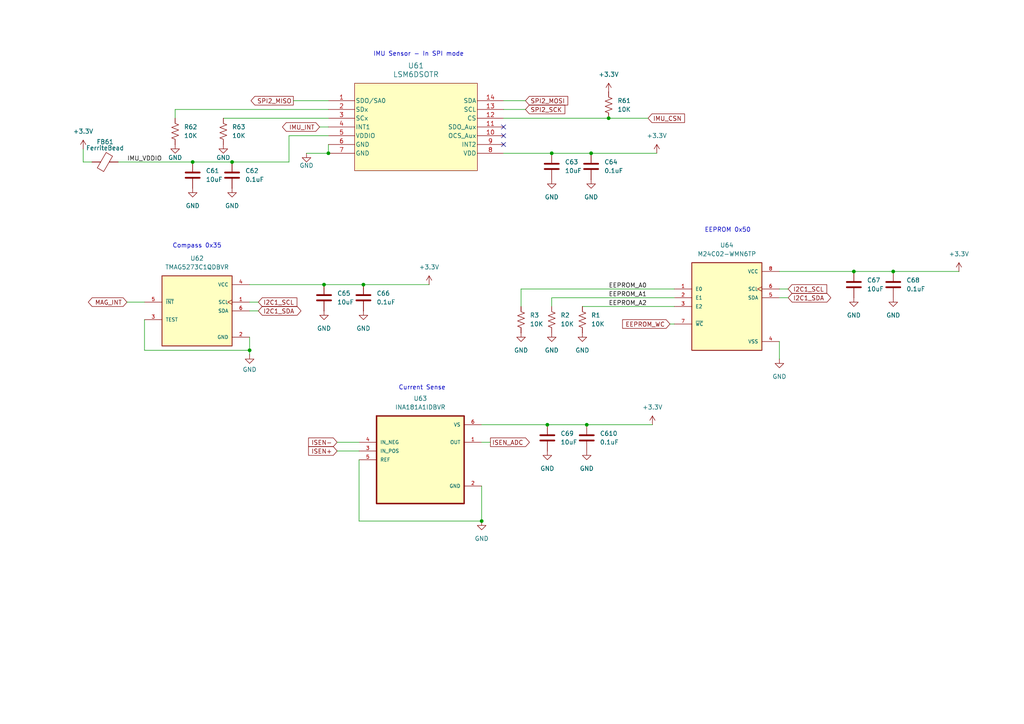
<source format=kicad_sch>
(kicad_sch (version 20250114) (generator "eeschema") (generator_version "9.0")
  (paper "A4")
  (title_block (title "Peripherals") (date "2026-01-30") (rev "0-1"))
  (lib_symbols
    (symbol "Device:C" (pin_numbers (hide yes)) (pin_names (offset 0.254))
      (property "Reference" "C" (at 0.635 2.54 0))
      (property "Value" "C" (at 0.635 -2.54 0))
      (symbol "C_0_1"
        (polyline (pts (xy -2.032 0.762) (xy 2.032 0.762)) (stroke (width 0.508)))
        (polyline (pts (xy -2.032 -0.762) (xy 2.032 -0.762)) (stroke (width 0.508)))
      )
      (symbol "C_1_1"
        (pin passive line (at 0 3.81 270) (length 2.794) (name "~") (number "1"))
        (pin passive line (at 0 -3.81 90) (length 2.794) (name "~") (number "2"))
      )
    )
    (symbol "Device:FerriteBead" (pin_numbers (hide yes)) (pin_names (offset 0))
      (property "Reference" "FB" (at -3.81 0.635 90))
      (property "Value" "FerriteBead" (at 3.81 0 90))
      (symbol "FerriteBead_0_1"
        (polyline (pts (xy -2.7686 0.4064) (xy -1.7018 2.2606) (xy 2.7686 -0.3048) (xy 1.6764 -2.159) (xy -2.7686 0.4064)))
        (polyline (pts (xy 0 1.27) (xy 0 1.2954)))
        (polyline (pts (xy 0 -1.27) (xy 0 -1.2192)))
      )
      (symbol "FerriteBead_1_1"
        (pin passive line (at 0 3.81 270) (length 2.54) (name "~") (number "1"))
        (pin passive line (at 0 -3.81 90) (length 2.54) (name "~") (number "2"))
      )
    )
    (symbol "Device:R_US" (pin_numbers (hide yes)) (pin_names (offset 0))
      (property "Reference" "R" (at 2.54 0 90))
      (property "Value" "R_US" (at -2.54 0 90))
      (symbol "R_US_0_1"
        (polyline (pts (xy 0 2.286) (xy 0 2.54)))
        (polyline (pts (xy 0 2.286) (xy 1.016 1.905) (xy 0 1.524) (xy -1.016 1.143) (xy 0 0.762)))
        (polyline (pts (xy 0 0.762) (xy 1.016 0.381) (xy 0 0) (xy -1.016 -0.381) (xy 0 -0.762)))
        (polyline (pts (xy 0 -0.762) (xy 1.016 -1.143) (xy 0 -1.524) (xy -1.016 -1.905) (xy 0 -2.286)))
        (polyline (pts (xy 0 -2.286) (xy 0 -2.54)))
      )
      (symbol "R_US_1_1"
        (pin passive line (at 0 3.81 270) (length 1.27) (name "~") (number "1"))
        (pin passive line (at 0 -3.81 90) (length 1.27) (name "~") (number "2"))
      )
    )
    (symbol "Global:INA181A1IDBVR" (pin_names (offset 1.016))
      (property "Reference" "U" (at -12.7 13.7 0))
      (property "Value" "INA181A1IDBVR" (at -12.7 -16.7 0))
      (symbol "INA181A1IDBVR_0_0"
        (rectangle (start -12.7 -12.7) (end 12.7 12.7) (stroke (width 0.41)) (fill (type background)))
        (pin input line (at -17.78 5.08 0) (length 5.08) (name "IN_NEG") (number "4"))
        (pin input line (at -17.78 2.54 0) (length 5.08) (name "IN_POS") (number "3"))
        (pin input line (at -17.78 0 0) (length 5.08) (name "REF") (number "5"))
        (pin power_in line (at 17.78 10.16 180) (length 5.08) (name "VS") (number "6"))
        (pin output line (at 17.78 5.08 180) (length 5.08) (name "OUT") (number "1"))
        (pin power_in line (at 17.78 -7.62 180) (length 5.08) (name "GND") (number "2"))
      )
    )
    (symbol "Global:LSM6DSOTR" (pin_names (offset 0.254))
      (property "Reference" "U" (at 25.4 10.16 0))
      (property "Value" "LSM6DSOTR" (at 25.4 7.62 0))
      (symbol "LSM6DSOTR_0_1"
        (rectangle (start 7.62 5.08) (end 43.18 -20.32) (fill (type color) (color 255 255 194 1)))
        (pin bidirectional line (at 0 0 0) (length 7.62) (name "SDO/SA0") (number "1"))
        (pin bidirectional line (at 0 -2.54 0) (length 7.62) (name "SDx") (number "2"))
        (pin bidirectional line (at 0 -5.08 0) (length 7.62) (name "SCx") (number "3"))
        (pin output line (at 0 -7.62 0) (length 7.62) (name "INT1") (number "4"))
        (pin power_in line (at 0 -10.16 0) (length 7.62) (name "VDDIO") (number "5"))
        (pin power_out line (at 0 -12.7 0) (length 7.62) (name "GND") (number "6"))
        (pin power_out line (at 0 -15.24 0) (length 7.62) (name "GND") (number "7"))
        (pin bidirectional line (at 50.8 0 180) (length 7.62) (name "SDA") (number "14"))
        (pin input line (at 50.8 -2.54 180) (length 7.62) (name "SCL") (number "13"))
        (pin input line (at 50.8 -5.08 180) (length 7.62) (name "CS") (number "12"))
        (pin bidirectional line (at 50.8 -7.62 180) (length 7.62) (name "SDO_Aux") (number "11"))
        (pin bidirectional line (at 50.8 -10.16 180) (length 7.62) (name "OCS_Aux") (number "10"))
        (pin output line (at 50.8 -12.7 180) (length 7.62) (name "INT2") (number "9"))
        (pin power_in line (at 50.8 -15.24 180) (length 7.62) (name "VDD") (number "8"))
      )
    )
    (symbol "Global:M24C02-WMN6TP" (pin_names (offset 1.016))
      (property "Reference" "U" (at -10.16 13.335 0))
      (property "Value" "M24C02-WMN6TP" (at -10.16 -15.24 0))
      (symbol "M24C02-WMN6TP_0_0"
        (rectangle (start -10.16 -12.7) (end 10.16 12.7) (stroke (width 0.254)) (fill (type background)))
        (pin input line (at -15.24 5.08 0) (length 5.08) (name "E0") (number "1"))
        (pin input line (at -15.24 2.54 0) (length 5.08) (name "E1") (number "2"))
        (pin input line (at -15.24 0 0) (length 5.08) (name "E2") (number "3"))
        (pin input line (at -15.24 -5.08 0) (length 5.08) (name "~{WC}") (number "7"))
        (pin power_in line (at 15.24 10.16 180) (length 5.08) (name "VCC") (number "8"))
        (pin input clock (at 15.24 5.08 180) (length 5.08) (name "SCL") (number "6"))
        (pin bidirectional line (at 15.24 2.54 180) (length 5.08) (name "SDA") (number "5"))
        (pin power_in line (at 15.24 -10.16 180) (length 5.08) (name "VSS") (number "4"))
      )
    )
    (symbol "Global:TMAG5273C1QDBVR" (pin_names (offset 1.016))
      (property "Reference" "U" (at -10.16 10.922 0))
      (property "Value" "TMAG5273C1QDBVR" (at -10.16 -12.7 0))
      (symbol "TMAG5273C1QDBVR_0_0"
        (rectangle (start -10.16 -10.16) (end 10.16 10.16) (stroke (width 0.254)) (fill (type background)))
        (pin bidirectional line (at -15.24 2.54 0) (length 5.08) (name "~{INT}") (number "5"))
        (pin input line (at -15.24 -2.54 0) (length 5.08) (name "TEST") (number "3"))
        (pin power_in line (at 15.24 7.62 180) (length 5.08) (name "VCC") (number "4"))
        (pin bidirectional clock (at 15.24 2.54 180) (length 5.08) (name "SCL") (number "1"))
        (pin bidirectional line (at 15.24 0 180) (length 5.08) (name "SDA") (number "6"))
        (pin power_in line (at 15.24 -7.62 180) (length 5.08) (name "GND") (number "2"))
      )
    )
    (symbol "power:+3.3V" (power) (pin_numbers (hide yes)) (pin_names (offset 0) (hide yes))
      (property "Value" "+3.3V" (at 0 3.556 0))
      (symbol "+3.3V_0_1"
        (polyline (pts (xy -0.762 1.27) (xy 0 2.54)))
        (polyline (pts (xy 0 2.54) (xy 0.762 1.27)))
        (polyline (pts (xy 0 0) (xy 0 2.54)))
      )
      (symbol "+3.3V_1_1"
        (pin power_in line (at 0 0 90) (length 0) (name "~") (number "1"))
      )
    )
    (symbol "power:GND" (power) (pin_numbers (hide yes)) (pin_names (offset 0) (hide yes))
      (property "Value" "GND" (at 0 -3.81 0))
      (symbol "GND_0_1"
        (polyline (pts (xy 0 0) (xy 0 -1.27) (xy 1.27 -1.27) (xy 0 -2.54) (xy -1.27 -1.27) (xy 0 -1.27)))
      )
      (symbol "GND_1_1"
        (pin power_in line (at 0 0 270) (length 0) (name "~") (number "1"))
      )
    )
  )
  (text "IMU Sensor - In SPI mode" (at 121.412 15.748 0) (effects (font (size 1.27 1.27))))
  (text "Compass 0x35" (at 57.15 71.374 0) (effects (font (size 1.27 1.27))))
  (text "Current Sense" (at 122.428 112.522 0) (effects (font (size 1.27 1.27))))
  (text "EEPROM 0x50" (at 211.074 66.802 0) (effects (font (size 1.27 1.27))))
  (junction (at 247.65 78.74))
  (junction (at 170.18 123.19))
  (junction (at 176.53 34.29))
  (junction (at 139.7 151.13))
  (junction (at 55.88 46.99))
  (junction (at 95.25 44.45))
  (junction (at 93.98 82.55))
  (junction (at 259.08 78.74))
  (junction (at 105.41 82.55))
  (junction (at 171.45 44.45))
  (junction (at 158.75 123.19))
  (junction (at 160.02 44.45))
  (junction (at 72.39 101.6))
  (junction (at 67.31 46.99))
  (no_connect (at 146.05 39.37))
  (no_connect (at 146.05 41.91))
  (no_connect (at 146.05 36.83))
  (wire (pts (xy 160.02 44.45) (xy 171.45 44.45)))
  (wire (pts (xy 226.06 86.36) (xy 228.6 86.36)))
  (wire (pts (xy 176.53 34.29) (xy 187.96 34.29)))
  (wire (pts (xy 160.02 86.36) (xy 195.58 86.36)))
  (wire (pts (xy 72.39 82.55) (xy 93.98 82.55)))
  (wire (pts (xy 97.79 128.27) (xy 104.14 128.27)))
  (wire (pts (xy 72.39 101.6) (xy 72.39 102.87)))
  (wire (pts (xy 93.98 82.55) (xy 105.41 82.55)))
  (wire (pts (xy 160.02 88.9) (xy 160.02 86.36)))
  (wire (pts (xy 92.71 36.83) (xy 95.25 36.83)))
  (wire (pts (xy 226.06 83.82) (xy 228.6 83.82)))
  (wire (pts (xy 151.13 88.9) (xy 151.13 83.82)))
  (wire (pts (xy 55.88 46.99) (xy 67.31 46.99)))
  (wire (pts (xy 104.14 151.13) (xy 139.7 151.13)))
  (wire (pts (xy 247.65 78.74) (xy 259.08 78.74)))
  (wire (pts (xy 88.9 44.45) (xy 95.25 44.45)))
  (wire (pts (xy 259.08 78.74) (xy 278.13 78.74)))
  (wire (pts (xy 168.91 88.9) (xy 195.58 88.9)))
  (wire (pts (xy 85.09 29.21) (xy 95.25 29.21)))
  (wire (pts (xy 105.41 82.55) (xy 124.46 82.55)))
  (wire (pts (xy 151.13 83.82) (xy 195.58 83.82)))
  (wire (pts (xy 50.8 31.75) (xy 50.8 34.29)))
  (wire (pts (xy 226.06 99.06) (xy 226.06 104.14)))
  (wire (pts (xy 34.29 46.99) (xy 55.88 46.99)))
  (wire (pts (xy 194.31 93.98) (xy 195.58 93.98)))
  (wire (pts (xy 24.13 46.99) (xy 24.13 43.18)))
  (wire (pts (xy 26.67 46.99) (xy 24.13 46.99)))
  (wire (pts (xy 170.18 123.19) (xy 189.23 123.19)))
  (wire (pts (xy 226.06 78.74) (xy 247.65 78.74)))
  (wire (pts (xy 146.05 29.21) (xy 152.4 29.21)))
  (wire (pts (xy 83.82 39.37) (xy 95.25 39.37)))
  (wire (pts (xy 97.79 130.81) (xy 104.14 130.81)))
  (wire (pts (xy 36.83 87.63) (xy 41.91 87.63)))
  (wire (pts (xy 72.39 97.79) (xy 72.39 101.6)))
  (wire (pts (xy 158.75 123.19) (xy 170.18 123.19)))
  (wire (pts (xy 64.77 34.29) (xy 95.25 34.29)))
  (wire (pts (xy 41.91 92.71) (xy 41.91 101.6)))
  (wire (pts (xy 139.7 128.27) (xy 142.24 128.27)))
  (wire (pts (xy 146.05 44.45) (xy 160.02 44.45)))
  (wire (pts (xy 83.82 46.99) (xy 83.82 39.37)))
  (wire (pts (xy 146.05 31.75) (xy 152.4 31.75)))
  (wire (pts (xy 139.7 140.97) (xy 139.7 151.13)))
  (wire (pts (xy 146.05 34.29) (xy 176.53 34.29)))
  (wire (pts (xy 41.91 101.6) (xy 72.39 101.6)))
  (wire (pts (xy 72.39 87.63) (xy 74.93 87.63)))
  (wire (pts (xy 171.45 44.45) (xy 190.5 44.45)))
  (wire (pts (xy 104.14 133.35) (xy 104.14 151.13)))
  (wire (pts (xy 139.7 123.19) (xy 158.75 123.19)))
  (wire (pts (xy 72.39 90.17) (xy 74.93 90.17)))
  (wire (pts (xy 67.31 46.99) (xy 83.82 46.99)))
  (wire (pts (xy 95.25 31.75) (xy 50.8 31.75)))
  (wire (pts (xy 95.25 41.91) (xy 95.25 44.45)))
  (label "IMU_VDDIO" (at 46.99 46.99 180))
  (label "EEPROM_A2" (at 176.53 88.9 0))
  (label "EEPROM_A0" (at 176.53 83.82 0))
  (label "EEPROM_A1" (at 176.53 86.36 0))
  (global_label "SPI2_MISO" (shape output) (at 85.09 29.21 180) (property "Intersheetrefs" "${INTERSHEET_REFS}" (at 72.2472 29.21 0) (effects (justify right))))
  (global_label "IMU_INT" (shape bidirectional) (at 92.71 36.83 180) (property "Intersheetrefs" "${INTERSHEET_REFS}" (at 81.3563 36.83 0) (effects (justify right))))
  (global_label "I2C1_SDA" (shape bidirectional) (at 228.6 86.36 0) (property "Intersheetrefs" "${INTERSHEET_REFS}" (at 241.526 86.36 0) (effects (justify left))))
  (global_label "I2C1_SDA" (shape bidirectional) (at 74.93 90.17 0) (property "Intersheetrefs" "${INTERSHEET_REFS}" (at 87.856 90.17 0) (effects (justify left))))
  (global_label "ISEN-" (shape input) (at 97.79 128.27 180) (property "Intersheetrefs" "${INTERSHEET_REFS}" (at 88.9386 128.27 0) (effects (justify right))))
  (global_label "ISEN_ADC" (shape output) (at 142.24 128.27 0) (property "Intersheetrefs" "${INTERSHEET_REFS}" (at 154.1152 128.27 0) (effects (justify left))))
  (global_label "SPI2_SCK" (shape input) (at 152.4 31.75 0) (property "Intersheetrefs" "${INTERSHEET_REFS}" (at 164.3961 31.75 0) (effects (justify left))))
  (global_label "EEPROM_WC" (shape input) (at 194.31 93.98 180) (property "Intersheetrefs" "${INTERSHEET_REFS}" (at 180.0159 93.98 0) (effects (justify right))))
  (global_label "MAG_INT" (shape bidirectional) (at 36.83 87.63 180) (property "Intersheetrefs" "${INTERSHEET_REFS}" (at 25.053 87.63 0) (effects (justify right))))
  (global_label "I2C1_SCL" (shape input) (at 228.6 83.82 0) (property "Intersheetrefs" "${INTERSHEET_REFS}" (at 240.3542 83.82 0) (effects (justify left))))
  (global_label "SPI2_MOSI" (shape input) (at 152.4 29.21 0) (property "Intersheetrefs" "${INTERSHEET_REFS}" (at 165.2428 29.21 0) (effects (justify left))))
  (global_label "IMU_CSN" (shape input) (at 187.96 34.29 0) (property "Intersheetrefs" "${INTERSHEET_REFS}" (at 199.1095 34.29 0) (effects (justify left))))
  (global_label "ISEN+" (shape input) (at 97.79 130.81 180) (property "Intersheetrefs" "${INTERSHEET_REFS}" (at 88.9386 130.81 0) (effects (justify right))))
  (global_label "I2C1_SCL" (shape input) (at 74.93 87.63 0) (property "Intersheetrefs" "${INTERSHEET_REFS}" (at 86.6842 87.63 0) (effects (justify left))))
  (symbol (lib_id "Device:C") (at 247.65 82.55 0) (unit 1)
    (property "Reference" "C67" (at 251.46 81.2799 0) (effects (justify left)))
    (property "Value" "10uF" (at 251.46 83.8199 0) (effects (justify left)))
    (property "Footprint" "Capacitor_SMD:C_1206_3216Metric" (effects (hide yes)))
    (property "Description" "Unpolarized capacitor" (effects (hide yes)))
  )
  (symbol (lib_id "power:GND") (at 67.31 54.61 0) (unit 1)
    (property "Reference" "#PWR063" (effects (hide yes)))
    (property "Value" "GND" (at 67.31 59.69 0))
    (property "Description" "Power symbol creates a global label with name \"GND\" , ground" (effects (hide yes)))
  )
  (symbol (lib_id "power:GND") (at 259.08 86.36 0) (unit 1)
    (property "Reference" "#PWR081" (effects (hide yes)))
    (property "Value" "GND" (at 259.08 91.44 0))
    (property "Description" "Power symbol creates a global label with name \"GND\" , ground" (effects (hide yes)))
  )
  (symbol (lib_id "Device:FerriteBead") (at 30.48 46.99 90) (unit 1)
    (property "Reference" "FB61" (at 30.48 41.148 90))
    (property "Value" "FerriteBead" (at 30.48 42.926 90))
    (property "Footprint" "Inductor_SMD:L_0805_2012Metric" (effects (hide yes)))
    (property "Description" "Ferrite bead" (effects (hide yes)))
  )
  (symbol (lib_id "power:GND") (at 55.88 54.61 0) (unit 1)
    (property "Reference" "#PWR062" (effects (hide yes)))
    (property "Value" "GND" (at 55.88 59.69 0))
    (property "Description" "Power symbol creates a global label with name \"GND\" , ground" (effects (hide yes)))
  )
  (symbol (lib_id "power:+3.3V") (at 278.13 78.74 0) (unit 1)
    (property "Reference" "#PWR082" (effects (hide yes)))
    (property "Value" "+3.3V" (at 278.13 73.66 0))
    (property "Description" "Power symbol creates a global label with name \"+3.3V\"" (effects (hide yes)))
  )
  (symbol (lib_id "power:GND") (at 158.75 130.81 0) (unit 1)
    (property "Reference" "#PWR069" (effects (hide yes)))
    (property "Value" "GND" (at 158.75 135.89 0))
    (property "Description" "Power symbol creates a global label with name \"GND\" , ground" (effects (hide yes)))
  )
  (symbol (lib_id "power:GND") (at 160.02 96.52 0) (unit 1)
    (property "Reference" "#PWR077" (effects (hide yes)))
    (property "Value" "GND" (at 160.02 101.6 0))
    (property "Description" "Power symbol creates a global label with name \"GND\" , ground" (effects (hide yes)))
  )
  (symbol (lib_id "Device:C") (at 55.88 50.8 0) (unit 1)
    (property "Reference" "C61" (at 59.69 49.5299 0) (effects (justify left)))
    (property "Value" "10uF" (at 59.69 52.0699 0) (effects (justify left)))
    (property "Footprint" "Capacitor_SMD:C_1206_3216Metric" (effects (hide yes)))
    (property "Description" "Unpolarized capacitor" (effects (hide yes)))
  )
  (symbol (lib_id "Global:INA181A1IDBVR") (at 121.92 133.35 0) (unit 1)
    (property "Reference" "U63" (at 121.92 115.57 0))
    (property "Value" "INA181A1IDBVR" (at 121.92 118.11 0))
    (property "Footprint" "Library:SOT95P280X145-6N" (effects (hide yes)))
  )
  (symbol (lib_id "power:GND") (at 171.45 52.07 0) (unit 1)
    (property "Reference" "#PWR065" (effects (hide yes)))
    (property "Value" "GND" (at 171.45 57.15 0))
    (property "Description" "Power symbol creates a global label with name \"GND\" , ground" (effects (hide yes)))
  )
  (symbol (lib_id "power:GND") (at 88.9 44.45 0) (unit 1)
    (property "Reference" "#PWR057" (effects (hide yes)))
    (property "Value" "GND" (at 88.9 48.006 0))
    (property "Description" "Power symbol creates a global label with name \"GND\" , ground" (effects (hide yes)))
  )
  (symbol (lib_id "power:+3.3V") (at 189.23 123.19 0) (unit 1)
    (property "Reference" "#PWR071" (effects (hide yes)))
    (property "Value" "+3.3V" (at 189.23 118.11 0))
    (property "Description" "Power symbol creates a global label with name \"+3.3V\"" (effects (hide yes)))
  )
  (symbol (lib_id "Device:R_US") (at 64.77 38.1 180) (unit 1)
    (property "Reference" "R63" (at 67.31 36.8299 0) (effects (justify right)))
    (property "Value" "10K" (at 67.31 39.3699 0) (effects (justify right)))
    (property "Footprint" "Resistor_SMD:R_0402_1005Metric" (effects (hide yes)))
    (property "Description" "Resistor, US symbol" (effects (hide yes)))
  )
  (symbol (lib_id "Global:LSM6DSOTR") (at 95.25 29.21 0) (unit 1)
    (property "Reference" "U61" (at 120.65 19.05 0) (effects (font (size 1.524 1.524))))
    (property "Value" "LSM6DSOTR" (at 120.65 21.59 0) (effects (font (size 1.524 1.524))))
    (property "Footprint" "Library:LGA-14L_2P5X3X0P86_STM" (effects (hide yes)))
    (property "Datasheet" "https://www.st.com/resource/en/datasheet/lsm6dso.pdf" (effects (hide yes)))
  )
  (symbol (lib_id "power:GND") (at 93.98 90.17 0) (unit 1)
    (property "Reference" "#PWR066" (effects (hide yes)))
    (property "Value" "GND" (at 93.98 95.25 0))
    (property "Description" "Power symbol creates a global label with name \"GND\" , ground" (effects (hide yes)))
  )
  (symbol (lib_id "Device:C") (at 171.45 48.26 0) (unit 1)
    (property "Reference" "C64" (at 175.26 46.9899 0) (effects (justify left)))
    (property "Value" "0.1uF" (at 175.26 49.5299 0) (effects (justify left)))
    (property "Footprint" "Capacitor_SMD:C_0402_1005Metric" (effects (hide yes)))
    (property "Description" "Unpolarized capacitor" (effects (hide yes)))
  )
  (symbol (lib_id "power:GND") (at 50.8 41.91 0) (unit 1)
    (property "Reference" "#PWR059" (effects (hide yes)))
    (property "Value" "GND" (at 50.8 45.72 0))
    (property "Description" "Power symbol creates a global label with name \"GND\" , ground" (effects (hide yes)))
  )
  (symbol (lib_id "power:GND") (at 170.18 130.81 0) (unit 1)
    (property "Reference" "#PWR070" (effects (hide yes)))
    (property "Value" "GND" (at 170.18 135.89 0))
    (property "Description" "Power symbol creates a global label with name \"GND\" , ground" (effects (hide yes)))
  )
  (symbol (lib_id "Device:R_US") (at 168.91 92.71 180) (unit 1)
    (property "Reference" "R1" (at 171.45 91.4399 0) (effects (justify right)))
    (property "Value" "10K" (at 171.45 93.9799 0) (effects (justify right)))
    (property "Footprint" "Resistor_SMD:R_0402_1005Metric" (effects (hide yes)))
    (property "Description" "Resistor, US symbol" (effects (hide yes)))
  )
  (symbol (lib_id "power:GND") (at 168.91 96.52 0) (unit 1)
    (property "Reference" "#PWR078" (effects (hide yes)))
    (property "Value" "GND" (at 168.91 101.6 0))
    (property "Description" "Power symbol creates a global label with name \"GND\" , ground" (effects (hide yes)))
  )
  (symbol (lib_id "power:+3.3V") (at 190.5 44.45 0) (unit 1)
    (property "Reference" "#PWR058" (effects (hide yes)))
    (property "Value" "+3.3V" (at 190.5 39.37 0))
    (property "Description" "Power symbol creates a global label with name \"+3.3V\"" (effects (hide yes)))
  )
  (symbol (lib_id "Device:C") (at 67.31 50.8 0) (unit 1)
    (property "Reference" "C62" (at 71.12 49.5299 0) (effects (justify left)))
    (property "Value" "0.1uF" (at 71.12 52.0699 0) (effects (justify left)))
    (property "Footprint" "Capacitor_SMD:C_0402_1005Metric" (effects (hide yes)))
    (property "Description" "Unpolarized capacitor" (effects (hide yes)))
  )
  (symbol (lib_id "power:GND") (at 105.41 90.17 0) (unit 1)
    (property "Reference" "#PWR067" (effects (hide yes)))
    (property "Value" "GND" (at 105.41 95.25 0))
    (property "Description" "Power symbol creates a global label with name \"GND\" , ground" (effects (hide yes)))
  )
  (symbol (lib_id "Device:R_US") (at 151.13 92.71 180) (unit 1)
    (property "Reference" "R3" (at 153.67 91.4399 0) (effects (justify right)))
    (property "Value" "10K" (at 153.67 93.9799 0) (effects (justify right)))
    (property "Footprint" "Resistor_SMD:R_0402_1005Metric" (effects (hide yes)))
    (property "Description" "Resistor, US symbol" (effects (hide yes)))
  )
  (symbol (lib_id "Global:TMAG5273C1QDBVR") (at 57.15 90.17 0) (unit 1)
    (property "Reference" "U62" (at 57.15 74.93 0))
    (property "Value" "TMAG5273C1QDBVR" (at 57.15 77.47 0))
    (property "Footprint" "Library:SOT95P280X140-6N" (effects (hide yes)))
    (property "PARTREV" "B" (effects (hide yes)))
    (property "STANDARD" "IPC-7351B" (effects (hide yes)))
    (property "MAXIMUM_PACKAGE_HEIGHT" "1.40mm" (effects (hide yes)))
    (property "MANUFACTURER" "Texas Instruments" (effects (hide yes)))
  )
  (symbol (lib_id "Device:C") (at 105.41 86.36 0) (unit 1)
    (property "Reference" "C66" (at 109.22 85.0899 0) (effects (justify left)))
    (property "Value" "0.1uF" (at 109.22 87.6299 0) (effects (justify left)))
    (property "Footprint" "Capacitor_SMD:C_0402_1005Metric" (effects (hide yes)))
    (property "Description" "Unpolarized capacitor" (effects (hide yes)))
  )
  (symbol (lib_id "power:GND") (at 72.39 102.87 0) (unit 1)
    (property "Reference" "#PWR073" (effects (hide yes)))
    (property "Value" "GND" (at 72.39 107.188 0))
    (property "Description" "Power symbol creates a global label with name \"GND\" , ground" (effects (hide yes)))
  )
  (symbol (lib_id "Device:R_US") (at 50.8 38.1 180) (unit 1)
    (property "Reference" "R62" (at 53.34 36.8299 0) (effects (justify right)))
    (property "Value" "10K" (at 53.34 39.3699 0) (effects (justify right)))
    (property "Footprint" "Resistor_SMD:R_0402_1005Metric" (effects (hide yes)))
    (property "Description" "Resistor, US symbol" (effects (hide yes)))
  )
  (symbol (lib_id "Device:C") (at 170.18 127 0) (unit 1)
    (property "Reference" "C610" (at 173.99 125.7299 0) (effects (justify left)))
    (property "Value" "0.1uF" (at 173.99 128.2699 0) (effects (justify left)))
    (property "Footprint" "Capacitor_SMD:C_0402_1005Metric" (effects (hide yes)))
    (property "Description" "Unpolarized capacitor" (effects (hide yes)))
  )
  (symbol (lib_id "power:GND") (at 160.02 52.07 0) (unit 1)
    (property "Reference" "#PWR064" (effects (hide yes)))
    (property "Value" "GND" (at 160.02 57.15 0))
    (property "Description" "Power symbol creates a global label with name \"GND\" , ground" (effects (hide yes)))
  )
  (symbol (lib_id "power:GND") (at 226.06 104.14 0) (unit 1)
    (property "Reference" "#PWR079" (effects (hide yes)))
    (property "Value" "GND" (at 226.06 109.22 0))
    (property "Description" "Power symbol creates a global label with name \"GND\" , ground" (effects (hide yes)))
  )
  (symbol (lib_id "power:+3.3V") (at 124.46 82.55 0) (unit 1)
    (property "Reference" "#PWR068" (effects (hide yes)))
    (property "Value" "+3.3V" (at 124.46 77.47 0))
    (property "Description" "Power symbol creates a global label with name \"+3.3V\"" (effects (hide yes)))
  )
  (symbol (lib_id "power:+3.3V") (at 24.13 43.18 0) (unit 1)
    (property "Reference" "#PWR060" (effects (hide yes)))
    (property "Value" "+3.3V" (at 24.13 38.1 0))
    (property "Description" "Power symbol creates a global label with name \"+3.3V\"" (effects (hide yes)))
  )
  (symbol (lib_id "power:GND") (at 247.65 86.36 0) (unit 1)
    (property "Reference" "#PWR080" (effects (hide yes)))
    (property "Value" "GND" (at 247.65 91.44 0))
    (property "Description" "Power symbol creates a global label with name \"GND\" , ground" (effects (hide yes)))
  )
  (symbol (lib_id "power:+3.3V") (at 176.53 26.67 0) (unit 1)
    (property "Reference" "#PWR056" (effects (hide yes)))
    (property "Value" "+3.3V" (at 176.53 21.59 0))
    (property "Description" "Power symbol creates a global label with name \"+3.3V\"" (effects (hide yes)))
  )
  (symbol (lib_id "Device:C") (at 259.08 82.55 0) (unit 1)
    (property "Reference" "C68" (at 262.89 81.2799 0) (effects (justify left)))
    (property "Value" "0.1uF" (at 262.89 83.8199 0) (effects (justify left)))
    (property "Footprint" "Capacitor_SMD:C_0402_1005Metric" (effects (hide yes)))
    (property "Description" "Unpolarized capacitor" (effects (hide yes)))
  )
  (symbol (lib_id "Global:M24C02-WMN6TP") (at 210.82 88.9 0) (unit 1)
    (property "Reference" "U64" (at 210.82 71.12 0))
    (property "Value" "M24C02-WMN6TP" (at 210.82 73.66 0))
    (property "Footprint" "Library:SOIC127P600X175-8N" (effects (hide yes)))
    (property "MAXIMUM_PACKAGE_HEIGHT" "1.75mm" (effects (hide yes)))
    (property "CREATOR" "NEZY" (effects (hide yes)))
    (property "STANDARD" "IPC-7351B" (effects (hide yes)))
    (property "PARTREV" "8" (effects (hide yes)))
    (property "MANUFACTURER" "STMicroelectronics" (effects (hide yes)))
  )
  (symbol (lib_id "power:GND") (at 151.13 96.52 0) (unit 1)
    (property "Reference" "#PWR076" (effects (hide yes)))
    (property "Value" "GND" (at 151.13 101.6 0))
    (property "Description" "Power symbol creates a global label with name \"GND\" , ground" (effects (hide yes)))
  )
  (symbol (lib_id "Device:R_US") (at 176.53 30.48 180) (unit 1)
    (property "Reference" "R61" (at 179.07 29.2099 0) (effects (justify right)))
    (property "Value" "10K" (at 179.07 31.7499 0) (effects (justify right)))
    (property "Footprint" "Resistor_SMD:R_0402_1005Metric" (effects (hide yes)))
    (property "Description" "Resistor, US symbol" (effects (hide yes)))
  )
  (symbol (lib_id "Device:R_US") (at 160.02 92.71 180) (unit 1)
    (property "Reference" "R2" (at 162.56 91.4399 0) (effects (justify right)))
    (property "Value" "10K" (at 162.56 93.9799 0) (effects (justify right)))
    (property "Footprint" "Resistor_SMD:R_0402_1005Metric" (effects (hide yes)))
    (property "Description" "Resistor, US symbol" (effects (hide yes)))
  )
  (symbol (lib_id "Device:C") (at 93.98 86.36 0) (unit 1)
    (property "Reference" "C65" (at 97.79 85.0899 0) (effects (justify left)))
    (property "Value" "10uF" (at 97.79 87.6299 0) (effects (justify left)))
    (property "Footprint" "Capacitor_SMD:C_1206_3216Metric" (effects (hide yes)))
    (property "Description" "Unpolarized capacitor" (effects (hide yes)))
  )
  (symbol (lib_id "power:GND") (at 64.77 41.91 0) (unit 1)
    (property "Reference" "#PWR061" (effects (hide yes)))
    (property "Value" "GND" (at 64.77 45.72 0))
    (property "Description" "Power symbol creates a global label with name \"GND\" , ground" (effects (hide yes)))
  )
  (symbol (lib_id "Device:C") (at 160.02 48.26 0) (unit 1)
    (property "Reference" "C63" (at 163.83 46.9899 0) (effects (justify left)))
    (property "Value" "10uF" (at 163.83 49.5299 0) (effects (justify left)))
    (property "Footprint" "Capacitor_SMD:C_1206_3216Metric" (effects (hide yes)))
    (property "Description" "Unpolarized capacitor" (effects (hide yes)))
  )
  (symbol (lib_id "power:GND") (at 139.7 151.13 0) (unit 1)
    (property "Reference" "#PWR072" (effects (hide yes)))
    (property "Value" "GND" (at 139.7 156.21 0))
    (property "Description" "Power symbol creates a global label with name \"GND\" , ground" (effects (hide yes)))
  )
  (symbol (lib_id "Device:C") (at 158.75 127 0) (unit 1)
    (property "Reference" "C69" (at 162.56 125.7299 0) (effects (justify left)))
    (property "Value" "10uF" (at 162.56 128.2699 0) (effects (justify left)))
    (property "Footprint" "Capacitor_SMD:C_1206_3216Metric" (effects (hide yes)))
    (property "Description" "Unpolarized capacitor" (effects (hide yes)))
  )
)
</source>
